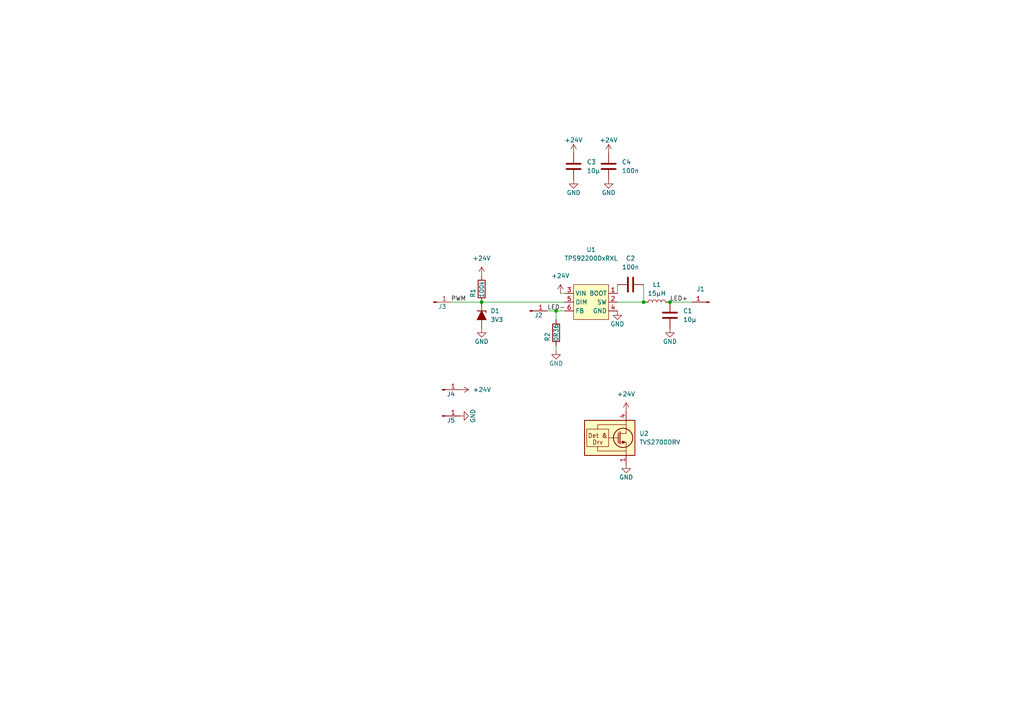
<source format=kicad_sch>
(kicad_sch (version 20230121) (generator eeschema)
  (paper "A4")
  (lib_symbols
    (symbol "Bergi:TPS92200DxRXL"
      (property "Reference" "U" (at -3.81 6.35 0))
      (property "Value" "TPS92200DxRXL" (at 0 -6.35 0))
      (symbol "TPS92200DxRXL_0_1"
        (rectangle (start -5.08 5.08) (end 5.08 -5.08) (fill (type background)))
      )
      (symbol "TPS92200DxRXL_1_1"
        (pin unspecified line (at 7.62 2.54 180) (length 2.54) (name "BOOT") (number "1"))
        (pin unspecified line (at 7.62 0 180) (length 2.54) (name "SW") (number "2"))
        (pin unspecified line (at -7.62 2.54 0) (length 2.54) (name "VIN") (number "3"))
        (pin unspecified line (at 7.62 -2.54 180) (length 2.54) (name "GND") (number "4"))
        (pin unspecified line (at -7.62 0 0) (length 2.54) (name "DIM") (number "5"))
        (pin unspecified line (at -7.62 -2.54 0) (length 2.54) (name "FB") (number "6"))
      )
    )
    (symbol "Connector:Conn_01x01_Pin" (pin_names (offset 1.016) hide)
      (property "Reference" "J" (at 0 2.54 0))
      (property "Value" "Conn_01x01_Pin" (at 0 -2.54 0))
      (symbol "Conn_01x01_Pin_1_1"
        (polyline (pts (xy 1.27 0) (xy 0.8636 0)) (stroke (width 0.1524)))
        (rectangle (start 0.8636 0.127) (end 0 -0.127) (stroke (width 0.1524)) (fill (type outline)))
        (pin passive line (at 5.08 0 180) (length 3.81) (name "Pin_1") (number "1"))
      )
    )
    (symbol "Device:C" (pin_numbers hide) (pin_names (offset 0.254))
      (property "Reference" "C" (at 0.635 2.54 0))
      (property "Value" "C" (at 0.635 -2.54 0))
      (symbol "C_0_1"
        (polyline (pts (xy -2.032 -0.762) (xy 2.032 -0.762)) (stroke (width 0.508)))
        (polyline (pts (xy -2.032 0.762) (xy 2.032 0.762)) (stroke (width 0.508)))
      )
      (symbol "C_1_1"
        (pin passive line (at 0 3.81 270) (length 2.794) (name "~") (number "1"))
        (pin passive line (at 0 -3.81 90) (length 2.794) (name "~") (number "2"))
      )
    )
    (symbol "Device:D_Zener_Filled" (pin_numbers hide) (pin_names (offset 1.016) hide)
      (property "Reference" "D" (at 0 2.54 0))
      (property "Value" "D_Zener_Filled" (at 0 -2.54 0))
      (symbol "D_Zener_Filled_0_1"
        (polyline (pts (xy 1.27 0) (xy -1.27 0)))
        (polyline (pts (xy -1.27 -1.27) (xy -1.27 1.27) (xy -0.762 1.27)) (stroke (width 0.254)))
        (polyline (pts (xy 1.27 -1.27) (xy 1.27 1.27) (xy -1.27 0) (xy 1.27 -1.27)) (stroke (width 0.254)) (fill (type outline)))
      )
      (symbol "D_Zener_Filled_1_1"
        (pin passive line (at -3.81 0 0) (length 2.54) (name "K") (number "1"))
        (pin passive line (at 3.81 0 180) (length 2.54) (name "A") (number "2"))
      )
    )
    (symbol "Device:L" (pin_numbers hide) (pin_names (offset 1.016) hide)
      (property "Reference" "L" (at -1.27 0 90))
      (property "Value" "L" (at 1.905 0 90))
      (symbol "L_0_1"
        (arc (start 0 -2.54) (mid 0.6323 -1.905) (end 0 -1.27))
        (arc (start 0 -1.27) (mid 0.6323 -0.635) (end 0 0))
        (arc (start 0 0) (mid 0.6323 0.635) (end 0 1.27))
        (arc (start 0 1.27) (mid 0.6323 1.905) (end 0 2.54))
      )
      (symbol "L_1_1"
        (pin passive line (at 0 3.81 270) (length 1.27) (name "1") (number "1"))
        (pin passive line (at 0 -3.81 90) (length 1.27) (name "2") (number "2"))
      )
    )
    (symbol "Device:R" (pin_numbers hide) (pin_names (offset 0))
      (property "Reference" "R" (at 2.032 0 90))
      (property "Value" "R" (at 0 0 90))
      (symbol "R_0_1"
        (rectangle (start -1.016 -2.54) (end 1.016 2.54) (stroke (width 0.254)))
      )
      (symbol "R_1_1"
        (pin passive line (at 0 3.81 270) (length 1.27) (name "~") (number "1"))
        (pin passive line (at 0 -3.81 90) (length 1.27) (name "~") (number "2"))
      )
    )
    (symbol "Power_Protection:TVS2700DRV" (pin_names (offset 0) hide)
      (property "Reference" "U" (at 2.54 1.27 0))
      (property "Value" "TVS2700DRV" (at 2.54 -1.27 0))
      (symbol "TVS2700DRV_0_0"
        (rectangle (start -11.43 2.54) (end -5.08 -2.54))
        (polyline (pts (xy 0 1.27) (xy -1.778 1.27)))
        (polyline (pts (xy -8.255 -2.54) (xy -8.255 -3.81) (xy 0 -3.81)))
        (polyline (pts (xy -8.255 2.54) (xy -8.255 3.81) (xy 0 3.81)))
        (text "Det &" (at -8.255 0.635 0) (effects (font (size 1.27 1.27))))
        (text "Drv" (at -8.255 -1.27 0) (effects (font (size 1.27 1.27))))
      )
      (symbol "TVS2700DRV_0_1"
        (rectangle (start -12.065 5.08) (end 2.54 -5.08) (stroke (width 0.254)) (fill (type background)))
        (circle (center -0.889 0) (radius 2.794) (stroke (width 0.254)))
        (polyline (pts (xy -2.286 0) (xy -5.08 0)))
        (polyline (pts (xy -2.286 1.397) (xy -2.286 -1.524)) (stroke (width 0.254)))
        (polyline (pts (xy -1.778 1.778) (xy -1.778 -1.778)) (stroke (width 0.254)))
        (polyline (pts (xy 0 -2.54) (xy 0 -5.08)))
        (polyline (pts (xy 0 2.54) (xy 0 1.27)))
        (polyline (pts (xy 0 5.08) (xy 0 2.54)))
        (polyline (pts (xy 0 -2.54) (xy 0 -1.27) (xy -1.778 -1.27)))
        (polyline (pts (xy -0.127 -1.27) (xy -1.143 -1.651) (xy -1.143 -0.889) (xy -0.127 -1.27)) (fill (type outline)))
      )
      (symbol "TVS2700DRV_1_1"
        (pin power_in line (at 0 -7.62 90) (length 2.54) (name "GND") (number "1"))
        (pin passive line (at 0 -7.62 90) (length 2.54) hide (name "GND") (number "2"))
        (pin passive line (at 0 -7.62 90) (length 2.54) hide (name "GND") (number "3"))
        (pin passive line (at 0 7.62 270) (length 2.54) (name "IN") (number "4"))
        (pin passive line (at 0 7.62 270) (length 2.54) hide (name "IN") (number "5"))
        (pin passive line (at 0 7.62 270) (length 2.54) hide (name "IN") (number "6"))
        (pin passive line (at 0 -7.62 90) (length 2.54) hide (name "GND") (number "7"))
      )
    )
    (symbol "power:+24V" (power) (pin_names (offset 0))
      (property "Value" "+24V" (at 0 3.556 0))
      (symbol "+24V_0_1"
        (polyline (pts (xy -0.762 1.27) (xy 0 2.54)))
        (polyline (pts (xy 0 0) (xy 0 2.54)))
        (polyline (pts (xy 0 2.54) (xy 0.762 1.27)))
      )
      (symbol "+24V_1_1"
        (pin power_in line (at 0 0 90) (length 0) hide (name "+24V") (number "1"))
      )
    )
    (symbol "power:GND" (power) (pin_names (offset 0))
      (property "Value" "GND" (at 0 -3.81 0))
      (symbol "GND_0_1"
        (polyline (pts (xy 0 0) (xy 0 -1.27) (xy 1.27 -1.27) (xy 0 -2.54) (xy -1.27 -1.27) (xy 0 -1.27)))
      )
      (symbol "GND_1_1"
        (pin power_in line (at 0 0 270) (length 0) hide (name "GND") (number "1"))
      )
    )
  )
  (junction (at 194.31 87.63))
  (junction (at 161.29 90.17))
  (junction (at 186.69 87.63))
  (junction (at 139.7 87.63))
  (wire (pts (xy 161.29 90.17) (xy 163.83 90.17)))
  (wire (pts (xy 179.07 87.63) (xy 186.69 87.63)))
  (wire (pts (xy 194.31 87.63) (xy 200.66 87.63)))
  (wire (pts (xy 179.07 82.55) (xy 179.07 85.09)))
  (wire (pts (xy 161.29 100.33) (xy 161.29 101.6)))
  (wire (pts (xy 162.56 85.09) (xy 163.83 85.09)))
  (wire (pts (xy 130.81 87.63) (xy 139.7 87.63)))
  (wire (pts (xy 139.7 87.63) (xy 163.83 87.63)))
  (wire (pts (xy 186.69 87.63) (xy 186.69 82.55)))
  (wire (pts (xy 158.75 90.17) (xy 161.29 90.17)))
  (wire (pts (xy 161.29 90.17) (xy 161.29 92.71)))
  (label "LED-" (at 158.75 90.17 0))
  (label "LED+" (at 194.31 87.63 0))
  (label "PWM" (at 130.81 87.63 0))
  (symbol (lib_id "power:GND") (at 179.07 90.17 0) (unit 1)
    (property "Reference" "#PWR04" (effects hide))
    (property "Value" "GND" (at 179.07 93.98 0))
  )
  (symbol (lib_id "power:+24V") (at 139.7 80.01 0) (unit 1)
    (property "Reference" "#PWR01" (effects hide))
    (property "Value" "+24V" (at 139.7 74.93 0))
  )
  (symbol (lib_id "Power_Protection:TVS2700DRV") (at 181.61 127 0) (unit 1)
    (property "Reference" "U2" (at 185.42 125.73 0) (effects (justify left)))
    (property "Value" "TVS2700DRV" (at 185.42 128.27 0) (effects (justify left)))
    (property "Footprint" "Package_SON:WSON-6-1EP_2x2mm_P0.65mm_EP1x1.6mm" (effects hide))
    (property "Datasheet" "http://www.ti.com/lit/ds/symlink/tvs2700.pdf" (effects hide))
  )
  (symbol (lib_id "Connector:Conn_01x01_Pin") (at 128.27 120.65 0) (unit 1)
    (property "Reference" "J5" (at 130.81 121.92 0))
    (property "Value" "Conn_01x01_Pin" (effects hide))
    (property "Footprint" "TestPoint:TestPoint_Pad_D2.0mm" (effects hide))
  )
  (symbol (lib_id "Connector:Conn_01x01_Pin") (at 205.74 87.63 180) (unit 1)
    (property "Reference" "J1" (at 203.2 83.82 0))
    (property "Value" "Conn_01x01_Pin" (effects hide))
    (property "Footprint" "Bergi:Solderpad_1x2" (effects hide))
  )
  (symbol (lib_id "Connector:Conn_01x01_Pin") (at 125.73 87.63 0) (unit 1)
    (property "Reference" "J3" (at 128.27 88.9 0))
    (property "Value" "Conn_01x01_Pin" (effects hide))
    (property "Footprint" "TestPoint:TestPoint_Pad_D2.0mm" (effects hide))
  )
  (symbol (lib_id "Device:L") (at 190.5 87.63 90) (unit 1)
    (property "Reference" "L1" (at 190.5 82.55 90))
    (property "Value" "15µH" (at 190.5 85.09 90))
    (property "Footprint" "Inductor_SMD:L_Taiyo-Yuden_NR-50xx" (effects hide))
    (property "HTN" "NRS5030T150M" (effects hide))
  )
  (symbol (lib_id "Device:C") (at 182.88 82.55 90) (unit 1)
    (property "Reference" "C2" (at 182.88 74.93 90))
    (property "Value" "100n" (at 182.88 77.47 90))
    (property "Footprint" "Capacitor_SMD:C_0603_1608Metric" (effects hide))
  )
  (symbol (lib_id "Device:R") (at 161.29 96.52 0) (unit 1)
    (property "Reference" "R2" (at 158.75 99.06 90) (effects (justify left)))
    (property "Value" "0R36" (at 161.29 99.06 90) (effects (justify left)))
    (property "Footprint" "Resistor_SMD:R_0603_1608Metric" (effects hide))
  )
  (symbol (lib_id "power:GND") (at 139.7 95.25 0) (unit 1)
    (property "Reference" "#PWR02" (effects hide))
    (property "Value" "GND" (at 139.7 99.06 0))
  )
  (symbol (lib_id "power:GND") (at 133.35 120.65 90) (unit 1)
    (property "Reference" "#PWR07" (effects hide))
    (property "Value" "GND" (at 137.16 120.65 0))
  )
  (symbol (lib_id "Device:D_Zener_Filled") (at 139.7 91.44 270) (unit 1)
    (property "Reference" "D1" (at 142.24 90.1699 90) (effects (justify left)))
    (property "Value" "3V3" (at 142.24 92.7099 90) (effects (justify left)))
    (property "Footprint" "Diode_SMD:D_SOD-323" (effects hide))
  )
  (symbol (lib_id "power:GND") (at 166.37 52.07 0) (unit 1)
    (property "Reference" "#PWR09" (effects hide))
    (property "Value" "GND" (at 166.37 55.88 0))
  )
  (symbol (lib_id "power:GND") (at 161.29 101.6 0) (unit 1)
    (property "Reference" "#PWR06" (effects hide))
    (property "Value" "GND" (at 161.29 105.41 0))
  )
  (symbol (lib_id "power:+24V") (at 133.35 113.03 270) (unit 1)
    (property "Reference" "#PWR08" (effects hide))
    (property "Value" "+24V" (at 137.16 113.03 90) (effects (justify left)))
  )
  (symbol (lib_id "power:+24V") (at 162.56 85.09 0) (unit 1)
    (property "Reference" "#PWR05" (effects hide))
    (property "Value" "+24V" (at 162.56 80.01 0))
  )
  (symbol (lib_id "Device:C") (at 194.31 91.44 180) (unit 1)
    (property "Reference" "C1" (at 198.12 90.1699 0) (effects (justify right)))
    (property "Value" "10µ" (at 198.12 92.7099 0) (effects (justify right)))
    (property "Footprint" "Capacitor_SMD:C_1210_3225Metric" (effects hide))
    (property "Voltage" "50V" (effects hide))
  )
  (symbol (lib_id "Bergi:TPS92200DxRXL") (at 171.45 87.63 0) (unit 1)
    (property "Reference" "U1" (at 171.45 72.39 0))
    (property "Value" "TPS92200DxRXL" (at 171.45 74.93 0))
    (property "Footprint" "Bergi:VQFN-HR" (effects hide))
  )
  (symbol (lib_id "Connector:Conn_01x01_Pin") (at 153.67 90.17 0) (unit 1)
    (property "Reference" "J2" (at 156.21 91.44 0))
    (property "Value" "Conn_01x01_Pin" (effects hide))
    (property "Footprint" "Bergi:Solderpad_1x2" (effects hide))
  )
  (symbol (lib_id "Device:C") (at 176.53 48.26 180) (unit 1)
    (property "Reference" "C4" (at 180.34 46.9899 0) (effects (justify right)))
    (property "Value" "100n" (at 180.34 49.5299 0) (effects (justify right)))
    (property "Footprint" "Capacitor_SMD:C_0603_1608Metric" (effects hide))
  )
  (symbol (lib_id "Device:R") (at 139.7 83.82 0) (unit 1)
    (property "Reference" "R1" (at 137.16 86.36 90) (effects (justify left)))
    (property "Value" "100k" (at 139.7 86.36 90) (effects (justify left)))
    (property "Footprint" "Resistor_SMD:R_0603_1608Metric" (effects hide))
  )
  (symbol (lib_id "power:GND") (at 176.53 52.07 0) (unit 1)
    (property "Reference" "#PWR010" (effects hide))
    (property "Value" "GND" (at 176.53 55.88 0))
  )
  (symbol (lib_id "power:+24V") (at 166.37 44.45 0) (unit 1)
    (property "Reference" "#PWR011" (effects hide))
    (property "Value" "+24V" (at 166.37 40.64 0))
  )
  (symbol (lib_id "power:GND") (at 194.31 95.25 0) (unit 1)
    (property "Reference" "#PWR03" (effects hide))
    (property "Value" "GND" (at 194.31 99.06 0))
  )
  (symbol (lib_id "power:GND") (at 181.61 134.62 0) (unit 1)
    (property "Reference" "#PWR013" (effects hide))
    (property "Value" "GND" (at 181.61 138.43 0))
  )
  (symbol (lib_id "Device:C") (at 166.37 48.26 180) (unit 1)
    (property "Reference" "C3" (at 170.18 46.9899 0) (effects (justify right)))
    (property "Value" "10µ" (at 170.18 49.5299 0) (effects (justify right)))
    (property "Footprint" "Capacitor_SMD:C_1210_3225Metric" (effects hide))
    (property "Voltage" "50V" (effects hide))
  )
  (symbol (lib_id "Connector:Conn_01x01_Pin") (at 128.27 113.03 0) (unit 1)
    (property "Reference" "J4" (at 130.81 114.3 0))
    (property "Value" "Conn_01x01_Pin" (effects hide))
    (property "Footprint" "TestPoint:TestPoint_Pad_D2.0mm" (effects hide))
  )
  (symbol (lib_id "power:+24V") (at 176.53 44.45 0) (unit 1)
    (property "Reference" "#PWR012" (effects hide))
    (property "Value" "+24V" (at 176.53 40.64 0))
  )
  (symbol (lib_id "power:+24V") (at 181.61 119.38 0) (unit 1)
    (property "Reference" "#PWR014" (effects hide))
    (property "Value" "+24V" (at 181.61 114.3 0))
  )
)
</source>
